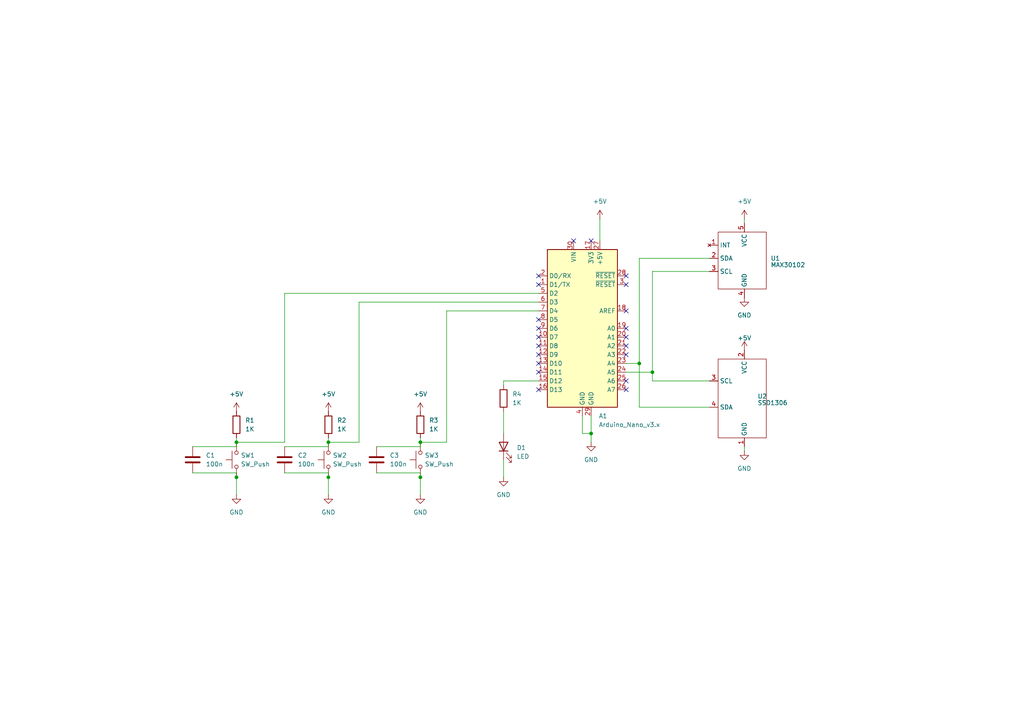
<source format=kicad_sch>
(kicad_sch (version 20250114) (generator "eeschema") (generator_version "9.0")
  (paper "A4")
  (lib_symbols
    (symbol "Device:C" (pin_numbers (hide yes)) (pin_names (offset 0.254))
      (property "Reference" "C" (at 0.635 2.54 0))
      (property "Value" "C" (at 0.635 -2.54 0))
      (symbol "C_0_1"
        (polyline (pts (xy -2.032 0.762) (xy 2.032 0.762)) (stroke (width 0.508)))
        (polyline (pts (xy -2.032 -0.762) (xy 2.032 -0.762)) (stroke (width 0.508)))
      )
      (symbol "C_1_1"
        (pin passive line (at 0 3.81 270) (length 2.794) (name "~") (number "1"))
        (pin passive line (at 0 -3.81 90) (length 2.794) (name "~") (number "2"))
      )
    )
    (symbol "Device:LED" (pin_numbers (hide yes)) (pin_names (offset 1.016) (hide yes))
      (property "Reference" "D" (at 0 2.54 0))
      (property "Value" "LED" (at 0 -2.54 0))
      (symbol "LED_0_1"
        (polyline (pts (xy -3.048 -0.762) (xy -4.572 -2.286) (xy -3.81 -2.286) (xy -4.572 -2.286) (xy -4.572 -1.524)))
        (polyline (pts (xy -1.778 -0.762) (xy -3.302 -2.286) (xy -2.54 -2.286) (xy -3.302 -2.286) (xy -3.302 -1.524)))
        (polyline (pts (xy -1.27 0) (xy 1.27 0)))
        (polyline (pts (xy -1.27 -1.27) (xy -1.27 1.27)) (stroke (width 0.254)))
        (polyline (pts (xy 1.27 -1.27) (xy 1.27 1.27) (xy -1.27 0) (xy 1.27 -1.27)) (stroke (width 0.254)))
      )
      (symbol "LED_1_1"
        (pin passive line (at -3.81 0 0) (length 2.54) (name "K") (number "1"))
        (pin passive line (at 3.81 0 180) (length 2.54) (name "A") (number "2"))
      )
    )
    (symbol "Device:R" (pin_numbers (hide yes)) (pin_names (offset 0))
      (property "Reference" "R" (at 2.032 0 90))
      (property "Value" "R" (at 0 0 90))
      (symbol "R_0_1"
        (rectangle (start -1.016 -2.54) (end 1.016 2.54) (stroke (width 0.254)))
      )
      (symbol "R_1_1"
        (pin passive line (at 0 3.81 270) (length 1.27) (name "~") (number "1"))
        (pin passive line (at 0 -3.81 90) (length 1.27) (name "~") (number "2"))
      )
    )
    (symbol "MCU_Module:Arduino_Nano_v3.x"
      (property "Reference" "A" (at -10.16 23.495 0))
      (property "Value" "Arduino_Nano_v3.x" (at 5.08 -24.13 0))
      (symbol "Arduino_Nano_v3.x_0_1"
        (rectangle (start -10.16 22.86) (end 10.16 -22.86) (stroke (width 0.254)) (fill (type background)))
      )
      (symbol "Arduino_Nano_v3.x_1_1"
        (pin bidirectional line (at -12.7 15.24 0) (length 2.54) (name "D0/RX") (number "2"))
        (pin bidirectional line (at -12.7 12.7 0) (length 2.54) (name "D1/TX") (number "1"))
        (pin bidirectional line (at -12.7 10.16 0) (length 2.54) (name "D2") (number "5"))
        (pin bidirectional line (at -12.7 7.62 0) (length 2.54) (name "D3") (number "6"))
        (pin bidirectional line (at -12.7 5.08 0) (length 2.54) (name "D4") (number "7"))
        (pin bidirectional line (at -12.7 2.54 0) (length 2.54) (name "D5") (number "8"))
        (pin bidirectional line (at -12.7 0 0) (length 2.54) (name "D6") (number "9"))
        (pin bidirectional line (at -12.7 -2.54 0) (length 2.54) (name "D7") (number "10"))
        (pin bidirectional line (at -12.7 -5.08 0) (length 2.54) (name "D8") (number "11"))
        (pin bidirectional line (at -12.7 -7.62 0) (length 2.54) (name "D9") (number "12"))
        (pin bidirectional line (at -12.7 -10.16 0) (length 2.54) (name "D10") (number "13"))
        (pin bidirectional line (at -12.7 -12.7 0) (length 2.54) (name "D11") (number "14"))
        (pin bidirectional line (at -12.7 -15.24 0) (length 2.54) (name "D12") (number "15"))
        (pin bidirectional line (at -12.7 -17.78 0) (length 2.54) (name "D13") (number "16"))
        (pin power_in line (at -2.54 25.4 270) (length 2.54) (name "VIN") (number "30"))
        (pin power_in line (at 0 -25.4 90) (length 2.54) (name "GND") (number "4"))
        (pin power_out line (at 2.54 25.4 270) (length 2.54) (name "3V3") (number "17"))
        (pin power_in line (at 2.54 -25.4 90) (length 2.54) (name "GND") (number "29"))
        (pin power_out line (at 5.08 25.4 270) (length 2.54) (name "+5V") (number "27"))
        (pin input line (at 12.7 15.24 180) (length 2.54) (name "~{RESET}") (number "28"))
        (pin input line (at 12.7 12.7 180) (length 2.54) (name "~{RESET}") (number "3"))
        (pin input line (at 12.7 5.08 180) (length 2.54) (name "AREF") (number "18"))
        (pin bidirectional line (at 12.7 0 180) (length 2.54) (name "A0") (number "19"))
        (pin bidirectional line (at 12.7 -2.54 180) (length 2.54) (name "A1") (number "20"))
        (pin bidirectional line (at 12.7 -5.08 180) (length 2.54) (name "A2") (number "21"))
        (pin bidirectional line (at 12.7 -7.62 180) (length 2.54) (name "A3") (number "22"))
        (pin bidirectional line (at 12.7 -10.16 180) (length 2.54) (name "A4") (number "23"))
        (pin bidirectional line (at 12.7 -12.7 180) (length 2.54) (name "A5") (number "24"))
        (pin bidirectional line (at 12.7 -15.24 180) (length 2.54) (name "A6") (number "25"))
        (pin bidirectional line (at 12.7 -17.78 180) (length 2.54) (name "A7") (number "26"))
      )
    )
    (symbol "Spo2_stuff:MAX30102_Module"
      (property "Value" "MAX30102" (at 12.446 -2.032 0))
      (symbol "MAX30102_Module_0_1"
        (rectangle (start -6.35 7.62) (end 7.62 -8.89))
      )
      (symbol "MAX30102_Module_1_1"
        (pin no_connect line (at -8.89 3.81 0) (length 2.54) (name "INT") (number "1"))
        (pin bidirectional line (at -8.89 0 0) (length 2.54) (name "SDA") (number "2"))
        (pin input line (at -8.89 -3.81 0) (length 2.54) (name "SCL") (number "3"))
        (pin power_in line (at 1.27 10.16 270) (length 2.54) (name "VCC") (number "5"))
        (pin power_in line (at 1.27 -11.43 90) (length 2.54) (name "GND") (number "4"))
      )
    )
    (symbol "Spo2_stuff:SSD1306"
      (property "Reference" "U" (at -0.254 -0.508 0))
      (property "Value" "SSD1306" (at -19.05 -1.27 0))
      (symbol "SSD1306_0_1"
        (rectangle (start -7.62 11.43) (end 6.35 -11.43))
      )
      (symbol "SSD1306_1_1"
        (pin input line (at -10.16 5.08 0) (length 2.54) (name "SCL") (number "3"))
        (pin bidirectional line (at -10.16 -2.54 0) (length 2.54) (name "SDA") (number "4"))
        (pin power_in line (at 0 13.97 270) (length 2.54) (name "VCC") (number "2"))
        (pin power_in line (at 0 -13.97 90) (length 2.54) (name "GND") (number "1"))
      )
    )
    (symbol "Switch:SW_Push" (pin_numbers (hide yes)) (pin_names (offset 1.016) (hide yes))
      (property "Reference" "SW" (at 1.27 2.54 0))
      (property "Value" "SW_Push" (at 0 -1.524 0))
      (symbol "SW_Push_0_1"
        (circle (center -2.032 0) (radius 0.508))
        (polyline (pts (xy 0 1.27) (xy 0 3.048)))
        (circle (center 2.032 0) (radius 0.508))
        (polyline (pts (xy 2.54 1.27) (xy -2.54 1.27)))
        (pin passive line (at -5.08 0 0) (length 2.54) (name "1") (number "1"))
        (pin passive line (at 5.08 0 180) (length 2.54) (name "2") (number "2"))
      )
    )
    (symbol "power:+5V" (power) (pin_numbers (hide yes)) (pin_names (offset 0) (hide yes))
      (property "Value" "+5V" (at 0 3.556 0))
      (symbol "+5V_0_1"
        (polyline (pts (xy -0.762 1.27) (xy 0 2.54)))
        (polyline (pts (xy 0 2.54) (xy 0.762 1.27)))
        (polyline (pts (xy 0 0) (xy 0 2.54)))
      )
      (symbol "+5V_1_1"
        (pin power_in line (at 0 0 90) (length 0) (name "~") (number "1"))
      )
    )
    (symbol "power:GND" (power) (pin_numbers (hide yes)) (pin_names (offset 0) (hide yes))
      (property "Value" "GND" (at 0 -3.81 0))
      (symbol "GND_0_1"
        (polyline (pts (xy 0 0) (xy 0 -1.27) (xy 1.27 -1.27) (xy 0 -2.54) (xy -1.27 -1.27) (xy 0 -1.27)))
      )
      (symbol "GND_1_1"
        (pin power_in line (at 0 0 270) (length 0) (name "~") (number "1"))
      )
    )
  )
  (junction (at 185.42 105.41))
  (junction (at 68.58 128.27))
  (junction (at 121.92 138.43))
  (junction (at 189.23 107.95))
  (junction (at 121.92 128.27))
  (junction (at 171.45 125.73))
  (junction (at 68.58 138.43))
  (junction (at 95.25 128.27))
  (junction (at 95.25 138.43))
  (no_connect (at 181.61 100.33))
  (no_connect (at 156.21 95.25))
  (no_connect (at 156.21 107.95))
  (no_connect (at 181.61 80.01))
  (no_connect (at 171.45 69.85))
  (no_connect (at 156.21 92.71))
  (no_connect (at 156.21 105.41))
  (no_connect (at 166.37 69.85))
  (no_connect (at 181.61 82.55))
  (no_connect (at 181.61 90.17))
  (no_connect (at 181.61 97.79))
  (no_connect (at 181.61 102.87))
  (no_connect (at 156.21 82.55))
  (no_connect (at 156.21 100.33))
  (no_connect (at 181.61 110.49))
  (no_connect (at 181.61 95.25))
  (no_connect (at 156.21 97.79))
  (no_connect (at 156.21 102.87))
  (no_connect (at 181.61 113.03))
  (no_connect (at 156.21 80.01))
  (no_connect (at 156.21 113.03))
  (wire (pts (xy 168.91 120.65) (xy 168.91 125.73)))
  (wire (pts (xy 146.05 111.76) (xy 146.05 110.49)))
  (wire (pts (xy 173.99 63.5) (xy 173.99 69.85)))
  (wire (pts (xy 109.22 137.16) (xy 121.92 137.16)))
  (wire (pts (xy 181.61 105.41) (xy 185.42 105.41)))
  (wire (pts (xy 129.54 90.17) (xy 156.21 90.17)))
  (wire (pts (xy 121.92 137.16) (xy 121.92 138.43)))
  (wire (pts (xy 68.58 127) (xy 68.58 128.27)))
  (wire (pts (xy 104.14 128.27) (xy 104.14 87.63)))
  (wire (pts (xy 146.05 110.49) (xy 156.21 110.49)))
  (wire (pts (xy 95.25 138.43) (xy 95.25 143.51)))
  (wire (pts (xy 68.58 128.27) (xy 68.58 129.54)))
  (wire (pts (xy 189.23 78.74) (xy 189.23 107.95)))
  (wire (pts (xy 55.88 129.54) (xy 68.58 129.54)))
  (wire (pts (xy 121.92 128.27) (xy 121.92 129.54)))
  (wire (pts (xy 95.25 128.27) (xy 104.14 128.27)))
  (wire (pts (xy 189.23 110.49) (xy 205.74 110.49)))
  (wire (pts (xy 55.88 137.16) (xy 68.58 137.16)))
  (wire (pts (xy 146.05 119.38) (xy 146.05 125.73)))
  (wire (pts (xy 168.91 125.73) (xy 171.45 125.73)))
  (wire (pts (xy 95.25 127) (xy 95.25 128.27)))
  (wire (pts (xy 82.55 128.27) (xy 68.58 128.27)))
  (wire (pts (xy 121.92 128.27) (xy 129.54 128.27)))
  (wire (pts (xy 205.74 74.93) (xy 185.42 74.93)))
  (wire (pts (xy 185.42 105.41) (xy 185.42 118.11)))
  (wire (pts (xy 205.74 78.74) (xy 189.23 78.74)))
  (wire (pts (xy 104.14 87.63) (xy 156.21 87.63)))
  (wire (pts (xy 181.61 107.95) (xy 189.23 107.95)))
  (wire (pts (xy 121.92 138.43) (xy 121.92 143.51)))
  (wire (pts (xy 215.9 63.5) (xy 215.9 64.77)))
  (wire (pts (xy 68.58 137.16) (xy 68.58 138.43)))
  (wire (pts (xy 95.25 128.27) (xy 95.25 129.54)))
  (wire (pts (xy 68.58 138.43) (xy 68.58 143.51)))
  (wire (pts (xy 82.55 129.54) (xy 95.25 129.54)))
  (wire (pts (xy 82.55 137.16) (xy 95.25 137.16)))
  (wire (pts (xy 171.45 120.65) (xy 171.45 125.73)))
  (wire (pts (xy 121.92 127) (xy 121.92 128.27)))
  (wire (pts (xy 129.54 128.27) (xy 129.54 90.17)))
  (wire (pts (xy 146.05 133.35) (xy 146.05 138.43)))
  (wire (pts (xy 82.55 85.09) (xy 156.21 85.09)))
  (wire (pts (xy 189.23 107.95) (xy 189.23 110.49)))
  (wire (pts (xy 185.42 74.93) (xy 185.42 105.41)))
  (wire (pts (xy 185.42 118.11) (xy 205.74 118.11)))
  (wire (pts (xy 109.22 129.54) (xy 121.92 129.54)))
  (wire (pts (xy 215.9 129.54) (xy 215.9 130.81)))
  (wire (pts (xy 95.25 137.16) (xy 95.25 138.43)))
  (wire (pts (xy 171.45 128.27) (xy 171.45 125.73)))
  (wire (pts (xy 82.55 85.09) (xy 82.55 128.27)))
  (symbol (lib_id "Device:R") (at 121.92 123.19 0) (unit 1)
    (property "Reference" "R3" (at 124.46 121.9199 0) (effects (justify left)))
    (property "Value" "1K" (at 124.46 124.4599 0) (effects (justify left)))
    (property "Footprint" "Resistor_THT:R_Axial_DIN0207_L6.3mm_D2.5mm_P7.62mm_Horizontal" (effects (hide yes)))
    (property "Description" "Resistor" (effects (hide yes)))
  )
  (symbol (lib_id "power:+5V") (at 121.92 119.38 0) (unit 1)
    (property "Reference" "#PWR07" (effects (hide yes)))
    (property "Value" "+5V" (at 121.92 114.3 0))
    (property "Description" "Power symbol creates a global label with name \"+5V\"" (effects (hide yes)))
  )
  (symbol (lib_id "power:GND") (at 68.58 143.51 0) (unit 1)
    (property "Reference" "#PWR03" (effects (hide yes)))
    (property "Value" "GND" (at 68.58 148.59 0))
    (property "Description" "Power symbol creates a global label with name \"GND\" , ground" (effects (hide yes)))
  )
  (symbol (lib_id "power:+5V") (at 68.58 119.38 0) (unit 1)
    (property "Reference" "#PWR04" (effects (hide yes)))
    (property "Value" "+5V" (at 68.58 114.3 0))
    (property "Description" "Power symbol creates a global label with name \"+5V\"" (effects (hide yes)))
  )
  (symbol (lib_id "Device:R") (at 146.05 115.57 0) (unit 1)
    (property "Reference" "R4" (at 148.59 114.2999 0) (effects (justify left)))
    (property "Value" "1K" (at 148.59 116.8399 0) (effects (justify left)))
    (property "Footprint" "Resistor_THT:R_Axial_DIN0207_L6.3mm_D2.5mm_P7.62mm_Horizontal" (effects (hide yes)))
    (property "Description" "Resistor" (effects (hide yes)))
  )
  (symbol (lib_id "Device:R") (at 95.25 123.19 0) (unit 1)
    (property "Reference" "R2" (at 97.79 121.9199 0) (effects (justify left)))
    (property "Value" "1K" (at 97.79 124.4599 0) (effects (justify left)))
    (property "Footprint" "Resistor_THT:R_Axial_DIN0207_L6.3mm_D2.5mm_P7.62mm_Horizontal" (effects (hide yes)))
    (property "Description" "Resistor" (effects (hide yes)))
  )
  (symbol (lib_id "power:GND") (at 171.45 128.27 0) (unit 1)
    (property "Reference" "#PWR02" (effects (hide yes)))
    (property "Value" "GND" (at 171.45 133.35 0))
    (property "Description" "Power symbol creates a global label with name \"GND\" , ground" (effects (hide yes)))
  )
  (symbol (lib_id "Device:C") (at 109.22 133.35 0) (unit 1)
    (property "Reference" "C3" (at 113.03 132.0799 0) (effects (justify left)))
    (property "Value" "100n" (at 113.03 134.6199 0) (effects (justify left)))
    (property "Footprint" "Capacitor_THT:C_Disc_D4.7mm_W2.5mm_P5.00mm" (effects (hide yes)))
    (property "Description" "Unpolarized capacitor" (effects (hide yes)))
  )
  (symbol (lib_id "power:+5V") (at 173.99 63.5 0) (unit 1)
    (property "Reference" "#PWR01" (effects (hide yes)))
    (property "Value" "+5V" (at 173.99 58.42 0))
    (property "Description" "Power symbol creates a global label with name \"+5V\"" (effects (hide yes)))
  )
  (symbol (lib_id "Switch:SW_Push") (at 68.58 133.35 90) (unit 1)
    (property "Reference" "SW1" (at 69.85 132.0799 90) (effects (justify right)))
    (property "Value" "SW_Push" (at 69.85 134.6199 90) (effects (justify right)))
    (property "Footprint" "Button_Switch_THT:SW_PUSH_6mm" (effects (hide yes)))
    (property "Description" "Push button switch, generic, two pins" (effects (hide yes)))
  )
  (symbol (lib_id "Device:C") (at 82.55 133.35 0) (unit 1)
    (property "Reference" "C2" (at 86.36 132.0799 0) (effects (justify left)))
    (property "Value" "100n" (at 86.36 134.6199 0) (effects (justify left)))
    (property "Footprint" "Capacitor_THT:C_Disc_D4.7mm_W2.5mm_P5.00mm" (effects (hide yes)))
    (property "Description" "Unpolarized capacitor" (effects (hide yes)))
  )
  (symbol (lib_id "power:GND") (at 215.9 130.81 0) (unit 1)
    (property "Reference" "#PWR010" (effects (hide yes)))
    (property "Value" "GND" (at 215.9 135.89 0))
    (property "Description" "Power symbol creates a global label with name \"GND\" , ground" (effects (hide yes)))
  )
  (symbol (lib_id "power:GND") (at 215.9 86.36 0) (unit 1)
    (property "Reference" "#PWR011" (effects (hide yes)))
    (property "Value" "GND" (at 215.9 91.44 0))
    (property "Description" "Power symbol creates a global label with name \"GND\" , ground" (effects (hide yes)))
  )
  (symbol (lib_id "Spo2_stuff:MAX30102_Module") (at 214.63 74.93 0) (unit 1)
    (property "Reference" "U1" (at 223.52 74.9299 0) (effects (justify left)))
    (property "Value" "MAX30102" (at 223.52 76.835 0) (effects (justify left)))
    (property "Footprint" "spo2_stuff:MAX30102_MODULE" (effects (hide yes)))
  )
  (symbol (lib_id "power:GND") (at 146.05 138.43 0) (unit 1)
    (property "Reference" "#PWR09" (effects (hide yes)))
    (property "Value" "GND" (at 146.05 143.51 0))
    (property "Description" "Power symbol creates a global label with name \"GND\" , ground" (effects (hide yes)))
  )
  (symbol (lib_id "power:+5V") (at 215.9 101.6 0) (unit 1)
    (property "Reference" "#PWR013" (effects (hide yes)))
    (property "Value" "+5V" (at 215.9 98.044 0))
    (property "Description" "Power symbol creates a global label with name \"+5V\"" (effects (hide yes)))
  )
  (symbol (lib_id "Device:LED") (at 146.05 129.54 90) (unit 1)
    (property "Reference" "D1" (at 149.86 129.8574 90) (effects (justify right)))
    (property "Value" "LED" (at 149.86 132.3974 90) (effects (justify right)))
    (property "Footprint" "LED_THT:LED_D5.0mm" (effects (hide yes)))
    (property "Description" "Light emitting diode" (effects (hide yes)))
  )
  (symbol (lib_id "Switch:SW_Push") (at 95.25 133.35 90) (unit 1)
    (property "Reference" "SW2" (at 96.52 132.0799 90) (effects (justify right)))
    (property "Value" "SW_Push" (at 96.52 134.6199 90) (effects (justify right)))
    (property "Footprint" "Button_Switch_THT:SW_PUSH_6mm" (effects (hide yes)))
    (property "Description" "Push button switch, generic, two pins" (effects (hide yes)))
  )
  (symbol (lib_id "power:GND") (at 121.92 143.51 0) (unit 1)
    (property "Reference" "#PWR08" (effects (hide yes)))
    (property "Value" "GND" (at 121.92 148.59 0))
    (property "Description" "Power symbol creates a global label with name \"GND\" , ground" (effects (hide yes)))
  )
  (symbol (lib_id "power:+5V") (at 95.25 119.38 0) (unit 1)
    (property "Reference" "#PWR05" (effects (hide yes)))
    (property "Value" "+5V" (at 95.25 114.3 0))
    (property "Description" "Power symbol creates a global label with name \"+5V\"" (effects (hide yes)))
  )
  (symbol (lib_id "Spo2_stuff:SSD1306") (at 215.9 115.57 0) (unit 1)
    (property "Reference" "U2" (at 219.71 114.9349 0) (effects (justify left)))
    (property "Value" "SSD1306" (at 219.71 116.84 0) (effects (justify left)))
    (property "Footprint" "spo2_stuff:SSD1306" (effects (hide yes)))
  )
  (symbol (lib_id "Device:R") (at 68.58 123.19 0) (unit 1)
    (property "Reference" "R1" (at 71.12 121.9199 0) (effects (justify left)))
    (property "Value" "1K" (at 71.12 124.4599 0) (effects (justify left)))
    (property "Footprint" "Resistor_THT:R_Axial_DIN0207_L6.3mm_D2.5mm_P7.62mm_Horizontal" (effects (hide yes)))
    (property "Description" "Resistor" (effects (hide yes)))
  )
  (symbol (lib_id "power:+5V") (at 215.9 63.5 0) (unit 1)
    (property "Reference" "#PWR012" (effects (hide yes)))
    (property "Value" "+5V" (at 215.9 58.42 0))
    (property "Description" "Power symbol creates a global label with name \"+5V\"" (effects (hide yes)))
  )
  (symbol (lib_id "Switch:SW_Push") (at 121.92 133.35 90) (unit 1)
    (property "Reference" "SW3" (at 123.19 132.0799 90) (effects (justify right)))
    (property "Value" "SW_Push" (at 123.19 134.6199 90) (effects (justify right)))
    (property "Footprint" "Button_Switch_THT:SW_PUSH_6mm" (effects (hide yes)))
    (property "Description" "Push button switch, generic, two pins" (effects (hide yes)))
  )
  (symbol (lib_id "power:GND") (at 95.25 143.51 0) (unit 1)
    (property "Reference" "#PWR06" (effects (hide yes)))
    (property "Value" "GND" (at 95.25 148.59 0))
    (property "Description" "Power symbol creates a global label with name \"GND\" , ground" (effects (hide yes)))
  )
  (symbol (lib_id "Device:C") (at 55.88 133.35 0) (unit 1)
    (property "Reference" "C1" (at 59.69 132.0799 0) (effects (justify left)))
    (property "Value" "100n" (at 59.69 134.6199 0) (effects (justify left)))
    (property "Footprint" "Capacitor_THT:C_Disc_D4.7mm_W2.5mm_P5.00mm" (effects (hide yes)))
    (property "Description" "Unpolarized capacitor" (effects (hide yes)))
  )
  (symbol (lib_id "MCU_Module:Arduino_Nano_v3.x") (at 168.91 95.25 0) (unit 1)
    (property "Reference" "A1" (at 173.6441 120.65 0) (effects (justify left)))
    (property "Value" "Arduino_Nano_v3.x" (at 173.6441 123.19 0) (effects (justify left)))
    (property "Footprint" "Module:Arduino_Nano" (effects (hide yes)))
    (property "Datasheet" "http://www.mouser.com/pdfdocs/Gravitech_Arduino_Nano3_0.pdf" (effects (hide yes)))
    (property "Description" "Arduino Nano v3.x" (effects (hide yes)))
  )
)
</source>
